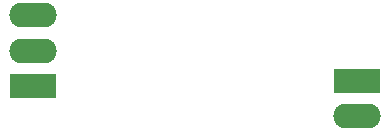
<source format=gbs>
G04*
G04 #@! TF.GenerationSoftware,Altium Limited,Altium Designer,19.0.15 (446)*
G04*
G04 Layer_Color=16711935*
%FSTAX24Y24*%
%MOIN*%
G70*
G01*
G75*
%ADD43O,0.1576X0.0828*%
%ADD44R,0.1576X0.0828*%
%ADD45O,0.1576X0.0828*%
D43*
X010906Y014134D02*
D03*
D44*
Y011765D02*
D03*
X021693Y011936D02*
D03*
D45*
X010906Y012946D02*
D03*
X021693Y010755D02*
D03*
M02*

</source>
